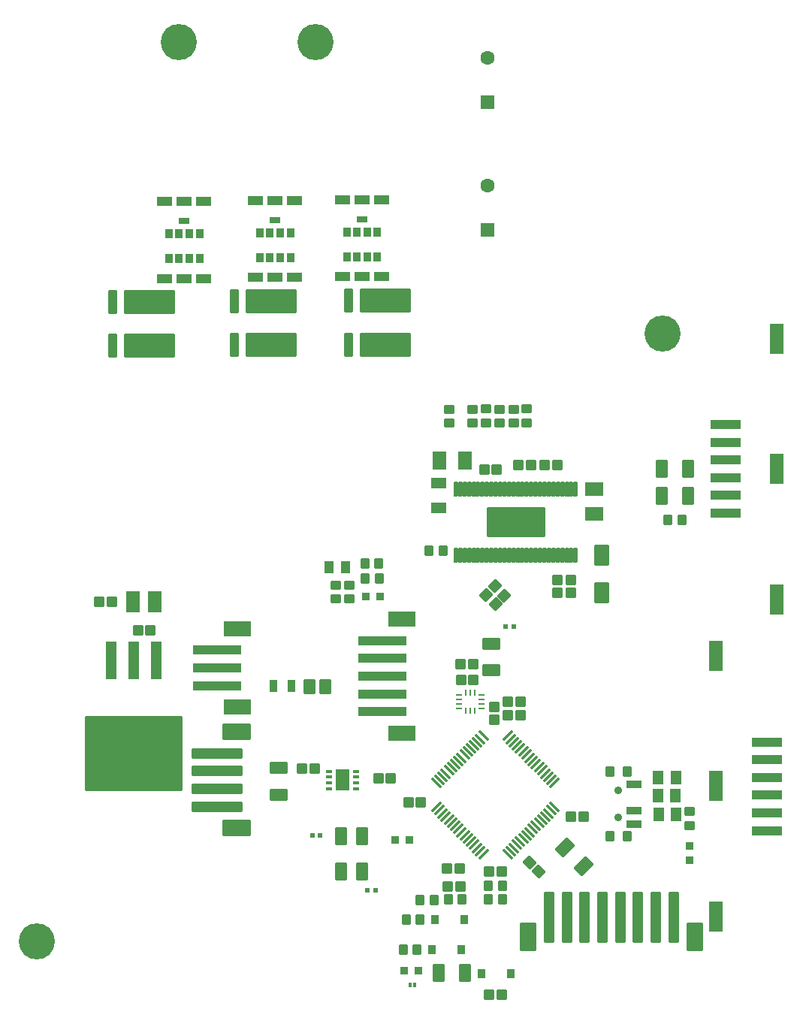
<source format=gbr>
%TF.GenerationSoftware,KiCad,Pcbnew,7.0.8*%
%TF.CreationDate,2023-12-22T14:09:36-07:00*%
%TF.ProjectId,VESC-6-MK5,56455343-2d36-42d4-9d4b-352e6b696361,rev?*%
%TF.SameCoordinates,Original*%
%TF.FileFunction,Soldermask,Top*%
%TF.FilePolarity,Negative*%
%FSLAX46Y46*%
G04 Gerber Fmt 4.6, Leading zero omitted, Abs format (unit mm)*
G04 Created by KiCad (PCBNEW 7.0.8) date 2023-12-22 14:09:36*
%MOMM*%
%LPD*%
G01*
G04 APERTURE LIST*
G04 Aperture macros list*
%AMRoundRect*
0 Rectangle with rounded corners*
0 $1 Rounding radius*
0 $2 $3 $4 $5 $6 $7 $8 $9 X,Y pos of 4 corners*
0 Add a 4 corners polygon primitive as box body*
4,1,4,$2,$3,$4,$5,$6,$7,$8,$9,$2,$3,0*
0 Add four circle primitives for the rounded corners*
1,1,$1+$1,$2,$3*
1,1,$1+$1,$4,$5*
1,1,$1+$1,$6,$7*
1,1,$1+$1,$8,$9*
0 Add four rect primitives between the rounded corners*
20,1,$1+$1,$2,$3,$4,$5,0*
20,1,$1+$1,$4,$5,$6,$7,0*
20,1,$1+$1,$6,$7,$8,$9,0*
20,1,$1+$1,$8,$9,$2,$3,0*%
G04 Aperture macros list end*
%ADD10RoundRect,0.102000X-0.435000X-0.465000X0.435000X-0.465000X0.435000X0.465000X-0.435000X0.465000X0*%
%ADD11RoundRect,0.102000X0.435000X0.465000X-0.435000X0.465000X-0.435000X-0.465000X0.435000X-0.465000X0*%
%ADD12RoundRect,0.102000X-0.505000X-0.465000X0.505000X-0.465000X0.505000X0.465000X-0.505000X0.465000X0*%
%ADD13RoundRect,0.102000X-0.465000X0.505000X-0.465000X-0.505000X0.465000X-0.505000X0.465000X0.505000X0*%
%ADD14RoundRect,0.102000X0.028284X0.685894X-0.685894X-0.028284X-0.028284X-0.685894X0.685894X0.028284X0*%
%ADD15RoundRect,0.102000X0.465000X-0.435000X0.465000X0.435000X-0.465000X0.435000X-0.465000X-0.435000X0*%
%ADD16RoundRect,0.102000X-0.580000X-0.735000X0.580000X-0.735000X0.580000X0.735000X-0.580000X0.735000X0*%
%ADD17RoundRect,0.102000X0.685000X0.955000X-0.685000X0.955000X-0.685000X-0.955000X0.685000X-0.955000X0*%
%ADD18R,0.863600X1.346200*%
%ADD19RoundRect,0.102000X0.585000X0.885000X-0.585000X0.885000X-0.585000X-0.885000X0.585000X-0.885000X0*%
%ADD20RoundRect,0.113200X0.128800X-0.773800X0.128800X0.773800X-0.128800X0.773800X-0.128800X-0.773800X0*%
%ADD21RoundRect,0.102000X3.175000X-1.617500X3.175000X1.617500X-3.175000X1.617500X-3.175000X-1.617500X0*%
%ADD22RoundRect,0.102000X0.505000X0.465000X-0.505000X0.465000X-0.505000X-0.465000X0.505000X-0.465000X0*%
%ADD23R,0.812800X1.041400*%
%ADD24RoundRect,0.102000X0.700000X-0.700000X0.700000X0.700000X-0.700000X0.700000X-0.700000X-0.700000X0*%
%ADD25C,1.604000*%
%ADD26RoundRect,0.075000X-0.441942X-0.548008X0.548008X0.441942X0.441942X0.548008X-0.548008X-0.441942X0*%
%ADD27RoundRect,0.075000X0.441942X-0.548008X0.548008X-0.441942X-0.441942X0.548008X-0.548008X0.441942X0*%
%ADD28RoundRect,0.102000X2.800000X-1.220000X2.800000X1.220000X-2.800000X1.220000X-2.800000X-1.220000X0*%
%ADD29RoundRect,0.102000X0.445000X-1.220000X0.445000X1.220000X-0.445000X1.220000X-0.445000X-1.220000X0*%
%ADD30R,1.799996X1.305598*%
%ADD31RoundRect,0.102000X-0.465000X0.435000X-0.465000X-0.435000X0.465000X-0.435000X0.465000X0.435000X0*%
%ADD32R,0.355600X0.558800*%
%ADD33C,4.064000*%
%ADD34R,1.701800X1.092200*%
%ADD35R,1.295400X0.711200*%
%ADD36R,0.838200X1.092200*%
%ADD37R,3.505200X0.990600*%
%ADD38R,1.600200X3.505200*%
%ADD39R,0.863600X0.965200*%
%ADD40R,0.650000X0.350000*%
%ADD41R,1.550000X2.400000*%
%ADD42R,0.609600X0.609600*%
%ADD43RoundRect,0.102000X-0.600000X-0.900000X0.600000X-0.900000X0.600000X0.900000X-0.600000X0.900000X0*%
%ADD44RoundRect,0.102000X-0.480000X-0.690000X0.480000X-0.690000X0.480000X0.690000X-0.480000X0.690000X0*%
%ADD45R,0.675000X0.250000*%
%ADD46R,0.250000X0.675000*%
%ADD47RoundRect,0.102000X-0.685894X0.028284X0.028284X-0.685894X0.685894X-0.028284X-0.028284X0.685894X0*%
%ADD48C,0.900000*%
%ADD49RoundRect,0.102000X-0.750000X0.350000X-0.750000X-0.350000X0.750000X-0.350000X0.750000X0.350000X0*%
%ADD50RoundRect,0.102000X-0.400000X0.500000X-0.400000X-0.500000X0.400000X-0.500000X0.400000X0.500000X0*%
%ADD51RoundRect,0.102000X-0.525000X2.025000X-0.525000X-2.025000X0.525000X-2.025000X0.525000X2.025000X0*%
%ADD52RoundRect,0.102000X-5.375000X4.100000X-5.375000X-4.100000X5.375000X-4.100000X5.375000X4.100000X0*%
%ADD53RoundRect,0.102000X0.615000X0.885000X-0.615000X0.885000X-0.615000X-0.885000X0.615000X-0.885000X0*%
%ADD54RoundRect,0.102000X-2.750000X0.500000X-2.750000X-0.500000X2.750000X-0.500000X2.750000X0.500000X0*%
%ADD55RoundRect,0.102000X-1.500000X0.800000X-1.500000X-0.800000X1.500000X-0.800000X1.500000X0.800000X0*%
%ADD56R,5.511800X0.990600*%
%ADD57R,3.098800X1.701800*%
%ADD58RoundRect,0.102000X-1.060660X-0.190919X-0.190919X-1.060660X1.060660X0.190919X0.190919X1.060660X0*%
%ADD59R,1.497552X2.413000*%
%ADD60RoundRect,0.102000X-0.955000X0.685000X-0.955000X-0.685000X0.955000X-0.685000X0.955000X0.685000X0*%
%ADD61RoundRect,0.102000X0.500000X2.750000X-0.500000X2.750000X-0.500000X-2.750000X0.500000X-2.750000X0*%
%ADD62RoundRect,0.102000X0.800000X1.500000X-0.800000X1.500000X-0.800000X-1.500000X0.800000X-1.500000X0*%
%ADD63R,0.503199X0.549999*%
%ADD64RoundRect,0.102000X0.465000X-0.505000X0.465000X0.505000X-0.465000X0.505000X-0.465000X-0.505000X0*%
%ADD65RoundRect,0.102000X0.885000X-0.615000X0.885000X0.615000X-0.885000X0.615000X-0.885000X-0.615000X0*%
%ADD66RoundRect,0.102000X0.750000X-1.060000X0.750000X1.060000X-0.750000X1.060000X-0.750000X-1.060000X0*%
%ADD67R,0.965200X0.863600*%
%ADD68RoundRect,0.102000X0.885000X-0.585000X0.885000X0.585000X-0.885000X0.585000X-0.885000X-0.585000X0*%
%ADD69R,1.117600X1.447800*%
G04 APERTURE END LIST*
D10*
%TO.C,R13*%
X198600000Y-99865000D03*
X200160000Y-99865000D03*
%TD*%
D11*
%TO.C,R1*%
X227090602Y-96426000D03*
X225530602Y-96426000D03*
%TD*%
D12*
%TO.C,C25*%
X211661000Y-90240000D03*
X213079000Y-90240000D03*
%TD*%
D13*
%TO.C,C17*%
X213070000Y-103211000D03*
X213070000Y-104629000D03*
%TD*%
D14*
%TO.C,C15*%
X206031339Y-103878661D03*
X205028661Y-104881339D03*
%TD*%
D12*
%TO.C,C33*%
X192881000Y-125520000D03*
X194299000Y-125520000D03*
%TD*%
D15*
%TO.C,R33*%
X208121000Y-85510000D03*
X208121000Y-83950000D03*
%TD*%
D12*
%TO.C,C64*%
X165791000Y-108860000D03*
X167209000Y-108860000D03*
%TD*%
D16*
%TO.C,C1*%
X185118000Y-115198000D03*
X186868000Y-115198000D03*
%TD*%
D17*
%TO.C,C27*%
X202621000Y-89740000D03*
X199779000Y-89740000D03*
%TD*%
D18*
%TO.C,R6*%
X181042400Y-115163300D03*
X183099800Y-115163300D03*
%TD*%
D19*
%TO.C,R47*%
X202690000Y-147530000D03*
X199702000Y-147530000D03*
%TD*%
D20*
%TO.C,U3*%
X201626000Y-100385000D03*
X202126000Y-100385000D03*
X202626000Y-100385000D03*
X203126000Y-100385000D03*
X203626000Y-100385000D03*
X204126000Y-100385000D03*
X204626000Y-100385000D03*
X205126000Y-100385000D03*
X205626000Y-100385000D03*
X206126000Y-100385000D03*
X206626000Y-100385000D03*
X207126000Y-100385000D03*
X207626000Y-100385000D03*
X208126000Y-100385000D03*
X208626000Y-100385000D03*
X209126000Y-100385000D03*
X209626000Y-100385000D03*
X210126000Y-100385000D03*
X210626000Y-100385000D03*
X211126000Y-100385000D03*
X211626000Y-100385000D03*
X212126000Y-100385000D03*
X212626000Y-100385000D03*
X213126000Y-100385000D03*
X213626000Y-100385000D03*
X214126000Y-100385000D03*
X214626000Y-100385000D03*
X215126000Y-100385000D03*
X215126000Y-92945000D03*
X214626000Y-92945000D03*
X214126000Y-92945000D03*
X213626000Y-92945000D03*
X213126000Y-92945000D03*
X212626000Y-92945000D03*
X212126000Y-92945000D03*
X211626000Y-92945000D03*
X211126000Y-92945000D03*
X210626000Y-92945000D03*
X210126000Y-92945000D03*
X209626000Y-92945000D03*
X209126000Y-92945000D03*
X208626000Y-92945000D03*
X208126000Y-92945000D03*
X207626000Y-92945000D03*
X207126000Y-92945000D03*
X206626000Y-92945000D03*
X206126000Y-92945000D03*
X205626000Y-92945000D03*
X205126000Y-92945000D03*
X204626000Y-92945000D03*
X204126000Y-92945000D03*
X203626000Y-92945000D03*
X203126000Y-92945000D03*
X202626000Y-92945000D03*
X202126000Y-92945000D03*
X201626000Y-92945000D03*
D21*
X208376000Y-96665000D03*
%TD*%
D22*
%TO.C,C12*%
X197689000Y-128240000D03*
X196271000Y-128240000D03*
%TD*%
D23*
%TO.C,D9*%
X204476600Y-147533500D03*
X207778600Y-147533500D03*
%TD*%
D22*
%TO.C,C36*%
X206789000Y-136030000D03*
X205371000Y-136030000D03*
%TD*%
D24*
%TO.C,C47*%
X205230000Y-63755000D03*
D25*
X205230000Y-58755000D03*
%TD*%
D23*
%TO.C,D8*%
X198966600Y-144848100D03*
X202268600Y-144848100D03*
%TD*%
D26*
%TO.C,U1*%
X199430519Y-128796181D03*
X199784072Y-129149734D03*
X200137625Y-129503287D03*
X200491179Y-129856841D03*
X200844732Y-130210394D03*
X201198286Y-130563948D03*
X201551839Y-130917501D03*
X201905392Y-131271054D03*
X202258946Y-131624608D03*
X202612499Y-131978161D03*
X202966052Y-132331714D03*
X203319606Y-132685268D03*
X203673159Y-133038821D03*
X204026713Y-133392375D03*
X204380266Y-133745928D03*
X204733819Y-134099481D03*
D27*
X207456181Y-134099481D03*
X207809734Y-133745928D03*
X208163287Y-133392375D03*
X208516841Y-133038821D03*
X208870394Y-132685268D03*
X209223948Y-132331714D03*
X209577501Y-131978161D03*
X209931054Y-131624608D03*
X210284608Y-131271054D03*
X210638161Y-130917501D03*
X210991714Y-130563948D03*
X211345268Y-130210394D03*
X211698821Y-129856841D03*
X212052375Y-129503287D03*
X212405928Y-129149734D03*
X212759481Y-128796181D03*
D26*
X212759481Y-126073819D03*
X212405928Y-125720266D03*
X212052375Y-125366713D03*
X211698821Y-125013159D03*
X211345268Y-124659606D03*
X210991714Y-124306052D03*
X210638161Y-123952499D03*
X210284608Y-123598946D03*
X209931054Y-123245392D03*
X209577501Y-122891839D03*
X209223948Y-122538286D03*
X208870394Y-122184732D03*
X208516841Y-121831179D03*
X208163287Y-121477625D03*
X207809734Y-121124072D03*
X207456181Y-120770519D03*
D27*
X204733819Y-120770519D03*
X204380266Y-121124072D03*
X204026713Y-121477625D03*
X203673159Y-121831179D03*
X203319606Y-122184732D03*
X202966052Y-122538286D03*
X202612499Y-122891839D03*
X202258946Y-123245392D03*
X201905392Y-123598946D03*
X201551839Y-123952499D03*
X201198286Y-124306052D03*
X200844732Y-124659606D03*
X200491179Y-125013159D03*
X200137625Y-125366713D03*
X199784072Y-125720266D03*
X199430519Y-126073819D03*
%TD*%
D28*
%TO.C,R32*%
X193655000Y-76711000D03*
X193655000Y-71751000D03*
D29*
X189520000Y-76711000D03*
X189520000Y-71751000D03*
%TD*%
D30*
%TO.C,C22*%
X199725797Y-92267400D03*
X199725797Y-95072996D03*
%TD*%
D31*
%TO.C,R10*%
X189630000Y-103805000D03*
X189630000Y-105365000D03*
%TD*%
D32*
%TO.C,D10*%
X196464200Y-148845000D03*
X196997600Y-148845000D03*
%TD*%
D12*
%TO.C,C56*%
X205351000Y-149930000D03*
X206769000Y-149930000D03*
%TD*%
D33*
%TO.C,*%
X154430000Y-143920000D03*
%TD*%
D34*
%TO.C,Q2*%
X173199001Y-60517499D03*
X170999000Y-60517499D03*
X168798999Y-60517499D03*
X173199001Y-69222501D03*
X170999000Y-69222501D03*
X168798999Y-69222501D03*
D35*
X170999000Y-62767499D03*
D36*
X172724000Y-64167499D03*
X171574000Y-64167499D03*
X170424000Y-64167499D03*
X169274000Y-64167499D03*
X172724000Y-66967499D03*
X171574000Y-66967499D03*
X170424000Y-66967499D03*
X169274000Y-66967499D03*
%TD*%
D37*
%TO.C,P4*%
X236649902Y-121463300D03*
X236649902Y-123463301D03*
X236649902Y-125463302D03*
X236649902Y-127463300D03*
X236649902Y-129463301D03*
X236649902Y-131463300D03*
D38*
X230899901Y-141138302D03*
X230899901Y-126438301D03*
X230899901Y-111738300D03*
%TD*%
D39*
%TO.C,C55*%
X195832000Y-147202800D03*
X197432200Y-147202800D03*
%TD*%
D10*
%TO.C,R12*%
X191420000Y-103055000D03*
X192980000Y-103055000D03*
%TD*%
D40*
%TO.C,U4*%
X190385000Y-126720000D03*
X190385000Y-126070000D03*
X190385000Y-125420000D03*
X190385000Y-124770000D03*
X187285000Y-124770000D03*
X187285000Y-125420000D03*
X187285000Y-126070000D03*
X187285000Y-126720000D03*
D41*
X188835000Y-125745000D03*
%TD*%
D42*
%TO.C,C2*%
X185463400Y-132003400D03*
X186352400Y-132003400D03*
%TD*%
D43*
%TO.C,Y1*%
X188650000Y-132095000D03*
X188650000Y-136095000D03*
X191050000Y-136095000D03*
X191050000Y-132095000D03*
%TD*%
D33*
%TO.C,*%
X224920000Y-75410000D03*
%TD*%
D10*
%TO.C,R46*%
X200760000Y-139215000D03*
X202320000Y-139215000D03*
%TD*%
%TO.C,R41*%
X195670000Y-144875000D03*
X197230000Y-144875000D03*
%TD*%
D44*
%TO.C,R44*%
X224445000Y-125505000D03*
X226401000Y-125505000D03*
%TD*%
D45*
%TO.C,U9*%
X204517500Y-117665000D03*
X204517500Y-117165000D03*
X204517500Y-116665000D03*
X204517500Y-116165000D03*
D46*
X203755000Y-115902500D03*
X203255000Y-115902500D03*
X202755000Y-115902500D03*
D45*
X201992500Y-116165000D03*
X201992500Y-116665000D03*
X201992500Y-117165000D03*
X201992500Y-117665000D03*
D46*
X202755000Y-117927500D03*
X203255000Y-117927500D03*
X203755000Y-117927500D03*
%TD*%
D47*
%TO.C,C9*%
X209908661Y-135048661D03*
X210911339Y-136051339D03*
%TD*%
D48*
%TO.C,U11*%
X219965000Y-126955000D03*
X219965000Y-129955000D03*
D49*
X221715000Y-126205000D03*
X221715000Y-129205000D03*
X221715000Y-130705000D03*
D50*
X220930000Y-124805000D03*
X219000000Y-124805000D03*
X219000000Y-132105000D03*
X220930000Y-132105000D03*
%TD*%
D15*
%TO.C,R11*%
X188060000Y-105335000D03*
X188060000Y-103775000D03*
%TD*%
D22*
%TO.C,C34*%
X185689000Y-124420000D03*
X184271000Y-124420000D03*
%TD*%
D15*
%TO.C,R31*%
X206587000Y-85510000D03*
X206587000Y-83950000D03*
%TD*%
D37*
%TO.C,P1*%
X232050700Y-95680501D03*
X232050700Y-93680500D03*
X232050700Y-91680499D03*
X232050700Y-89680501D03*
X232050700Y-87680500D03*
X232050700Y-85680501D03*
D38*
X237800701Y-76005499D03*
X237800701Y-90705500D03*
X237800701Y-105405501D03*
%TD*%
D51*
%TO.C,U8*%
X167835000Y-112285000D03*
X165295000Y-112285000D03*
X162755000Y-112285000D03*
D52*
X165295000Y-122735000D03*
%TD*%
D34*
%TO.C,Q6*%
X193249001Y-60336099D03*
X191049000Y-60336099D03*
X188848999Y-60336099D03*
X193249001Y-69041101D03*
X191049000Y-69041101D03*
X188848999Y-69041101D03*
D35*
X191049000Y-62586099D03*
D36*
X192774000Y-63986099D03*
X191624000Y-63986099D03*
X190474000Y-63986099D03*
X189324000Y-63986099D03*
X192774000Y-66786099D03*
X191624000Y-66786099D03*
X190474000Y-66786099D03*
X189324000Y-66786099D03*
%TD*%
D12*
%TO.C,C51*%
X202191000Y-114440000D03*
X203609000Y-114440000D03*
%TD*%
D15*
%TO.C,R39*%
X228000000Y-130885000D03*
X228000000Y-129325000D03*
%TD*%
%TO.C,R25*%
X200855000Y-85530000D03*
X200855000Y-83970000D03*
%TD*%
%TO.C,R34*%
X209585000Y-85490000D03*
X209585000Y-83930000D03*
%TD*%
D53*
%TO.C,R3*%
X227780602Y-90661000D03*
X224848602Y-90661000D03*
%TD*%
D54*
%TO.C,P2*%
X174695000Y-122745000D03*
X174695000Y-124745000D03*
X174695000Y-126745000D03*
X174695000Y-128745000D03*
D55*
X176945000Y-120345000D03*
X176945000Y-131145000D03*
%TD*%
D44*
%TO.C,R43*%
X224395000Y-127545000D03*
X226351000Y-127545000D03*
%TD*%
D39*
%TO.C,C7*%
X196382200Y-132472800D03*
X194782000Y-132472800D03*
%TD*%
D12*
%TO.C,C10*%
X214581000Y-129880000D03*
X215999000Y-129880000D03*
%TD*%
D34*
%TO.C,Q4*%
X183449001Y-60413699D03*
X181249000Y-60413699D03*
X179048999Y-60413699D03*
X183449001Y-69118701D03*
X181249000Y-69118701D03*
X179048999Y-69118701D03*
D35*
X181249000Y-62663699D03*
D36*
X182974000Y-64063699D03*
X181824000Y-64063699D03*
X180674000Y-64063699D03*
X179524000Y-64063699D03*
X182974000Y-66863699D03*
X181824000Y-66863699D03*
X180674000Y-66863699D03*
X179524000Y-66863699D03*
%TD*%
D56*
%TO.C,P7*%
X193320000Y-118040000D03*
X193320000Y-116040001D03*
X193320000Y-114040000D03*
X193320000Y-112039999D03*
X193320000Y-110040001D03*
D57*
X195526500Y-120440000D03*
X195526500Y-107640000D03*
%TD*%
D14*
%TO.C,C14*%
X207091339Y-104948661D03*
X206088661Y-105951339D03*
%TD*%
D58*
%TO.C,R38*%
X213943381Y-133387381D03*
X216016619Y-135460619D03*
%TD*%
D12*
%TO.C,C4*%
X207511000Y-116910000D03*
X208929000Y-116910000D03*
%TD*%
D33*
%TO.C,*%
X185844000Y-42600000D03*
%TD*%
D42*
%TO.C,C8*%
X192548600Y-138137400D03*
X191659600Y-138137400D03*
%TD*%
D44*
%TO.C,R42*%
X224455000Y-129595000D03*
X226411000Y-129595000D03*
%TD*%
D12*
%TO.C,C23*%
X204831000Y-90770000D03*
X206249000Y-90770000D03*
%TD*%
%TO.C,C50*%
X202161000Y-112680000D03*
X203579000Y-112680000D03*
%TD*%
D56*
%TO.C,P6*%
X174713800Y-111105399D03*
X174713800Y-113105400D03*
X174713800Y-115105401D03*
D57*
X176963801Y-108705401D03*
X176963801Y-117505399D03*
%TD*%
D59*
%TO.C,C21*%
X165203376Y-105666800D03*
X167719024Y-105666800D03*
%TD*%
D60*
%TO.C,C26*%
X217180000Y-92939000D03*
X217180000Y-95781000D03*
%TD*%
D10*
%TO.C,R40*%
X196010000Y-141465000D03*
X197570000Y-141465000D03*
%TD*%
D15*
%TO.C,R26*%
X203499000Y-85510000D03*
X203499000Y-83950000D03*
%TD*%
D61*
%TO.C,P5*%
X226155000Y-141215000D03*
X224155000Y-141215000D03*
X222155000Y-141215000D03*
X220155000Y-141215000D03*
X218155000Y-141215000D03*
X216155000Y-141215000D03*
X214155000Y-141215000D03*
X212155000Y-141215000D03*
D62*
X228555000Y-143465000D03*
X209755000Y-143465000D03*
%TD*%
D39*
%TO.C,C18*%
X191442000Y-105052800D03*
X193042200Y-105052800D03*
%TD*%
D63*
%TO.C,C19*%
X208163398Y-108473599D03*
X207210200Y-108473599D03*
%TD*%
D12*
%TO.C,C3*%
X207501000Y-118410000D03*
X208919000Y-118410000D03*
%TD*%
D11*
%TO.C,R28*%
X206870000Y-137625000D03*
X205310000Y-137625000D03*
%TD*%
D64*
%TO.C,C11*%
X205930000Y-118969000D03*
X205930000Y-117551000D03*
%TD*%
D22*
%TO.C,C5*%
X202139000Y-137730000D03*
X200721000Y-137730000D03*
%TD*%
D10*
%TO.C,R27*%
X205290000Y-139205000D03*
X206850000Y-139205000D03*
%TD*%
D65*
%TO.C,R5*%
X205646000Y-113336000D03*
X205646000Y-110404000D03*
%TD*%
D22*
%TO.C,C6*%
X202069000Y-135700000D03*
X200651000Y-135700000D03*
%TD*%
D28*
%TO.C,R29*%
X180825000Y-76721000D03*
X180825000Y-71761000D03*
D29*
X176690000Y-76721000D03*
X176690000Y-71761000D03*
%TD*%
D66*
%TO.C,D5*%
X218090000Y-104650000D03*
X218090000Y-100420000D03*
%TD*%
D67*
%TO.C,C58*%
X227958400Y-133217800D03*
X227958400Y-134818000D03*
%TD*%
D10*
%TO.C,R45*%
X197600000Y-139255000D03*
X199160000Y-139255000D03*
%TD*%
D33*
%TO.C,*%
X170376000Y-42600000D03*
%TD*%
D23*
%TO.C,D7*%
X199266600Y-141452700D03*
X202568600Y-141452700D03*
%TD*%
D12*
%TO.C,C24*%
X208651000Y-90260000D03*
X210069000Y-90260000D03*
%TD*%
D24*
%TO.C,C46*%
X205190000Y-49345000D03*
D25*
X205190000Y-44345000D03*
%TD*%
D10*
%TO.C,R14*%
X191370000Y-101355000D03*
X192930000Y-101355000D03*
%TD*%
D28*
%TO.C,R24*%
X167075000Y-76811000D03*
X167075000Y-71851000D03*
D29*
X162940000Y-76811000D03*
X162940000Y-71851000D03*
%TD*%
D68*
%TO.C,R23*%
X181620000Y-127400000D03*
X181620000Y-124412000D03*
%TD*%
D12*
%TO.C,C13*%
X161421000Y-105690000D03*
X162839000Y-105690000D03*
%TD*%
D15*
%TO.C,R30*%
X205053000Y-85490000D03*
X205053000Y-83930000D03*
%TD*%
D53*
%TO.C,R2*%
X227780602Y-93731000D03*
X224848602Y-93731000D03*
%TD*%
D13*
%TO.C,C20*%
X214590000Y-103191000D03*
X214590000Y-104609000D03*
%TD*%
D69*
%TO.C,C16*%
X187349400Y-101754100D03*
X189152800Y-101754100D03*
%TD*%
M02*

</source>
